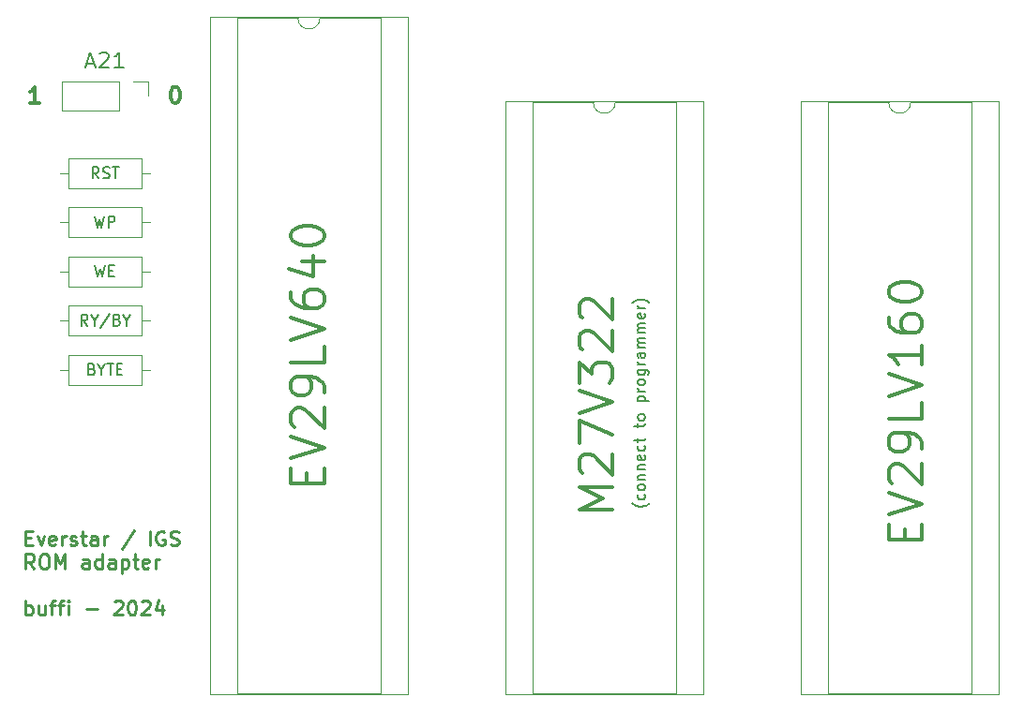
<source format=gbr>
%TF.GenerationSoftware,KiCad,Pcbnew,7.0.7*%
%TF.CreationDate,2023-12-17T19:56:50+01:00*%
%TF.ProjectId,everstar,65766572-7374-4617-922e-6b696361645f,rev?*%
%TF.SameCoordinates,Original*%
%TF.FileFunction,Legend,Top*%
%TF.FilePolarity,Positive*%
%FSLAX46Y46*%
G04 Gerber Fmt 4.6, Leading zero omitted, Abs format (unit mm)*
G04 Created by KiCad (PCBNEW 7.0.7) date 2023-12-17 19:56:50*
%MOMM*%
%LPD*%
G01*
G04 APERTURE LIST*
%ADD10C,0.250000*%
%ADD11C,0.300000*%
%ADD12C,0.150000*%
%ADD13C,0.200000*%
%ADD14C,0.120000*%
G04 APERTURE END LIST*
D10*
X51908996Y-106622952D02*
X52342330Y-106622952D01*
X52528044Y-107303904D02*
X51908996Y-107303904D01*
X51908996Y-107303904D02*
X51908996Y-106003904D01*
X51908996Y-106003904D02*
X52528044Y-106003904D01*
X52961377Y-106437238D02*
X53270901Y-107303904D01*
X53270901Y-107303904D02*
X53580424Y-106437238D01*
X54570900Y-107242000D02*
X54447091Y-107303904D01*
X54447091Y-107303904D02*
X54199472Y-107303904D01*
X54199472Y-107303904D02*
X54075662Y-107242000D01*
X54075662Y-107242000D02*
X54013758Y-107118190D01*
X54013758Y-107118190D02*
X54013758Y-106622952D01*
X54013758Y-106622952D02*
X54075662Y-106499142D01*
X54075662Y-106499142D02*
X54199472Y-106437238D01*
X54199472Y-106437238D02*
X54447091Y-106437238D01*
X54447091Y-106437238D02*
X54570900Y-106499142D01*
X54570900Y-106499142D02*
X54632805Y-106622952D01*
X54632805Y-106622952D02*
X54632805Y-106746761D01*
X54632805Y-106746761D02*
X54013758Y-106870571D01*
X55189948Y-107303904D02*
X55189948Y-106437238D01*
X55189948Y-106684857D02*
X55251853Y-106561047D01*
X55251853Y-106561047D02*
X55313758Y-106499142D01*
X55313758Y-106499142D02*
X55437567Y-106437238D01*
X55437567Y-106437238D02*
X55561377Y-106437238D01*
X55932806Y-107242000D02*
X56056615Y-107303904D01*
X56056615Y-107303904D02*
X56304234Y-107303904D01*
X56304234Y-107303904D02*
X56428044Y-107242000D01*
X56428044Y-107242000D02*
X56489948Y-107118190D01*
X56489948Y-107118190D02*
X56489948Y-107056285D01*
X56489948Y-107056285D02*
X56428044Y-106932476D01*
X56428044Y-106932476D02*
X56304234Y-106870571D01*
X56304234Y-106870571D02*
X56118520Y-106870571D01*
X56118520Y-106870571D02*
X55994710Y-106808666D01*
X55994710Y-106808666D02*
X55932806Y-106684857D01*
X55932806Y-106684857D02*
X55932806Y-106622952D01*
X55932806Y-106622952D02*
X55994710Y-106499142D01*
X55994710Y-106499142D02*
X56118520Y-106437238D01*
X56118520Y-106437238D02*
X56304234Y-106437238D01*
X56304234Y-106437238D02*
X56428044Y-106499142D01*
X56861377Y-106437238D02*
X57356615Y-106437238D01*
X57047091Y-106003904D02*
X57047091Y-107118190D01*
X57047091Y-107118190D02*
X57108996Y-107242000D01*
X57108996Y-107242000D02*
X57232806Y-107303904D01*
X57232806Y-107303904D02*
X57356615Y-107303904D01*
X58347091Y-107303904D02*
X58347091Y-106622952D01*
X58347091Y-106622952D02*
X58285186Y-106499142D01*
X58285186Y-106499142D02*
X58161377Y-106437238D01*
X58161377Y-106437238D02*
X57913758Y-106437238D01*
X57913758Y-106437238D02*
X57789948Y-106499142D01*
X58347091Y-107242000D02*
X58223282Y-107303904D01*
X58223282Y-107303904D02*
X57913758Y-107303904D01*
X57913758Y-107303904D02*
X57789948Y-107242000D01*
X57789948Y-107242000D02*
X57728044Y-107118190D01*
X57728044Y-107118190D02*
X57728044Y-106994380D01*
X57728044Y-106994380D02*
X57789948Y-106870571D01*
X57789948Y-106870571D02*
X57913758Y-106808666D01*
X57913758Y-106808666D02*
X58223282Y-106808666D01*
X58223282Y-106808666D02*
X58347091Y-106746761D01*
X58966138Y-107303904D02*
X58966138Y-106437238D01*
X58966138Y-106684857D02*
X59028043Y-106561047D01*
X59028043Y-106561047D02*
X59089948Y-106499142D01*
X59089948Y-106499142D02*
X59213757Y-106437238D01*
X59213757Y-106437238D02*
X59337567Y-106437238D01*
X61689948Y-105942000D02*
X60575662Y-107613428D01*
X63113757Y-107303904D02*
X63113757Y-106003904D01*
X64413758Y-106065809D02*
X64289948Y-106003904D01*
X64289948Y-106003904D02*
X64104234Y-106003904D01*
X64104234Y-106003904D02*
X63918520Y-106065809D01*
X63918520Y-106065809D02*
X63794710Y-106189619D01*
X63794710Y-106189619D02*
X63732805Y-106313428D01*
X63732805Y-106313428D02*
X63670901Y-106561047D01*
X63670901Y-106561047D02*
X63670901Y-106746761D01*
X63670901Y-106746761D02*
X63732805Y-106994380D01*
X63732805Y-106994380D02*
X63794710Y-107118190D01*
X63794710Y-107118190D02*
X63918520Y-107242000D01*
X63918520Y-107242000D02*
X64104234Y-107303904D01*
X64104234Y-107303904D02*
X64228043Y-107303904D01*
X64228043Y-107303904D02*
X64413758Y-107242000D01*
X64413758Y-107242000D02*
X64475662Y-107180095D01*
X64475662Y-107180095D02*
X64475662Y-106746761D01*
X64475662Y-106746761D02*
X64228043Y-106746761D01*
X64970901Y-107242000D02*
X65156615Y-107303904D01*
X65156615Y-107303904D02*
X65466139Y-107303904D01*
X65466139Y-107303904D02*
X65589948Y-107242000D01*
X65589948Y-107242000D02*
X65651853Y-107180095D01*
X65651853Y-107180095D02*
X65713758Y-107056285D01*
X65713758Y-107056285D02*
X65713758Y-106932476D01*
X65713758Y-106932476D02*
X65651853Y-106808666D01*
X65651853Y-106808666D02*
X65589948Y-106746761D01*
X65589948Y-106746761D02*
X65466139Y-106684857D01*
X65466139Y-106684857D02*
X65218520Y-106622952D01*
X65218520Y-106622952D02*
X65094710Y-106561047D01*
X65094710Y-106561047D02*
X65032805Y-106499142D01*
X65032805Y-106499142D02*
X64970901Y-106375333D01*
X64970901Y-106375333D02*
X64970901Y-106251523D01*
X64970901Y-106251523D02*
X65032805Y-106127714D01*
X65032805Y-106127714D02*
X65094710Y-106065809D01*
X65094710Y-106065809D02*
X65218520Y-106003904D01*
X65218520Y-106003904D02*
X65528043Y-106003904D01*
X65528043Y-106003904D02*
X65713758Y-106065809D01*
X52651853Y-109396904D02*
X52218520Y-108777857D01*
X51908996Y-109396904D02*
X51908996Y-108096904D01*
X51908996Y-108096904D02*
X52404234Y-108096904D01*
X52404234Y-108096904D02*
X52528044Y-108158809D01*
X52528044Y-108158809D02*
X52589949Y-108220714D01*
X52589949Y-108220714D02*
X52651853Y-108344523D01*
X52651853Y-108344523D02*
X52651853Y-108530238D01*
X52651853Y-108530238D02*
X52589949Y-108654047D01*
X52589949Y-108654047D02*
X52528044Y-108715952D01*
X52528044Y-108715952D02*
X52404234Y-108777857D01*
X52404234Y-108777857D02*
X51908996Y-108777857D01*
X53456615Y-108096904D02*
X53704234Y-108096904D01*
X53704234Y-108096904D02*
X53828044Y-108158809D01*
X53828044Y-108158809D02*
X53951853Y-108282619D01*
X53951853Y-108282619D02*
X54013758Y-108530238D01*
X54013758Y-108530238D02*
X54013758Y-108963571D01*
X54013758Y-108963571D02*
X53951853Y-109211190D01*
X53951853Y-109211190D02*
X53828044Y-109335000D01*
X53828044Y-109335000D02*
X53704234Y-109396904D01*
X53704234Y-109396904D02*
X53456615Y-109396904D01*
X53456615Y-109396904D02*
X53332806Y-109335000D01*
X53332806Y-109335000D02*
X53208996Y-109211190D01*
X53208996Y-109211190D02*
X53147092Y-108963571D01*
X53147092Y-108963571D02*
X53147092Y-108530238D01*
X53147092Y-108530238D02*
X53208996Y-108282619D01*
X53208996Y-108282619D02*
X53332806Y-108158809D01*
X53332806Y-108158809D02*
X53456615Y-108096904D01*
X54570901Y-109396904D02*
X54570901Y-108096904D01*
X54570901Y-108096904D02*
X55004235Y-109025476D01*
X55004235Y-109025476D02*
X55437568Y-108096904D01*
X55437568Y-108096904D02*
X55437568Y-109396904D01*
X57604234Y-109396904D02*
X57604234Y-108715952D01*
X57604234Y-108715952D02*
X57542329Y-108592142D01*
X57542329Y-108592142D02*
X57418520Y-108530238D01*
X57418520Y-108530238D02*
X57170901Y-108530238D01*
X57170901Y-108530238D02*
X57047091Y-108592142D01*
X57604234Y-109335000D02*
X57480425Y-109396904D01*
X57480425Y-109396904D02*
X57170901Y-109396904D01*
X57170901Y-109396904D02*
X57047091Y-109335000D01*
X57047091Y-109335000D02*
X56985187Y-109211190D01*
X56985187Y-109211190D02*
X56985187Y-109087380D01*
X56985187Y-109087380D02*
X57047091Y-108963571D01*
X57047091Y-108963571D02*
X57170901Y-108901666D01*
X57170901Y-108901666D02*
X57480425Y-108901666D01*
X57480425Y-108901666D02*
X57604234Y-108839761D01*
X58780424Y-109396904D02*
X58780424Y-108096904D01*
X58780424Y-109335000D02*
X58656615Y-109396904D01*
X58656615Y-109396904D02*
X58408996Y-109396904D01*
X58408996Y-109396904D02*
X58285186Y-109335000D01*
X58285186Y-109335000D02*
X58223281Y-109273095D01*
X58223281Y-109273095D02*
X58161377Y-109149285D01*
X58161377Y-109149285D02*
X58161377Y-108777857D01*
X58161377Y-108777857D02*
X58223281Y-108654047D01*
X58223281Y-108654047D02*
X58285186Y-108592142D01*
X58285186Y-108592142D02*
X58408996Y-108530238D01*
X58408996Y-108530238D02*
X58656615Y-108530238D01*
X58656615Y-108530238D02*
X58780424Y-108592142D01*
X59956614Y-109396904D02*
X59956614Y-108715952D01*
X59956614Y-108715952D02*
X59894709Y-108592142D01*
X59894709Y-108592142D02*
X59770900Y-108530238D01*
X59770900Y-108530238D02*
X59523281Y-108530238D01*
X59523281Y-108530238D02*
X59399471Y-108592142D01*
X59956614Y-109335000D02*
X59832805Y-109396904D01*
X59832805Y-109396904D02*
X59523281Y-109396904D01*
X59523281Y-109396904D02*
X59399471Y-109335000D01*
X59399471Y-109335000D02*
X59337567Y-109211190D01*
X59337567Y-109211190D02*
X59337567Y-109087380D01*
X59337567Y-109087380D02*
X59399471Y-108963571D01*
X59399471Y-108963571D02*
X59523281Y-108901666D01*
X59523281Y-108901666D02*
X59832805Y-108901666D01*
X59832805Y-108901666D02*
X59956614Y-108839761D01*
X60575661Y-108530238D02*
X60575661Y-109830238D01*
X60575661Y-108592142D02*
X60699471Y-108530238D01*
X60699471Y-108530238D02*
X60947090Y-108530238D01*
X60947090Y-108530238D02*
X61070899Y-108592142D01*
X61070899Y-108592142D02*
X61132804Y-108654047D01*
X61132804Y-108654047D02*
X61194709Y-108777857D01*
X61194709Y-108777857D02*
X61194709Y-109149285D01*
X61194709Y-109149285D02*
X61132804Y-109273095D01*
X61132804Y-109273095D02*
X61070899Y-109335000D01*
X61070899Y-109335000D02*
X60947090Y-109396904D01*
X60947090Y-109396904D02*
X60699471Y-109396904D01*
X60699471Y-109396904D02*
X60575661Y-109335000D01*
X61566137Y-108530238D02*
X62061375Y-108530238D01*
X61751851Y-108096904D02*
X61751851Y-109211190D01*
X61751851Y-109211190D02*
X61813756Y-109335000D01*
X61813756Y-109335000D02*
X61937566Y-109396904D01*
X61937566Y-109396904D02*
X62061375Y-109396904D01*
X62989946Y-109335000D02*
X62866137Y-109396904D01*
X62866137Y-109396904D02*
X62618518Y-109396904D01*
X62618518Y-109396904D02*
X62494708Y-109335000D01*
X62494708Y-109335000D02*
X62432804Y-109211190D01*
X62432804Y-109211190D02*
X62432804Y-108715952D01*
X62432804Y-108715952D02*
X62494708Y-108592142D01*
X62494708Y-108592142D02*
X62618518Y-108530238D01*
X62618518Y-108530238D02*
X62866137Y-108530238D01*
X62866137Y-108530238D02*
X62989946Y-108592142D01*
X62989946Y-108592142D02*
X63051851Y-108715952D01*
X63051851Y-108715952D02*
X63051851Y-108839761D01*
X63051851Y-108839761D02*
X62432804Y-108963571D01*
X63608994Y-109396904D02*
X63608994Y-108530238D01*
X63608994Y-108777857D02*
X63670899Y-108654047D01*
X63670899Y-108654047D02*
X63732804Y-108592142D01*
X63732804Y-108592142D02*
X63856613Y-108530238D01*
X63856613Y-108530238D02*
X63980423Y-108530238D01*
X51908996Y-113582904D02*
X51908996Y-112282904D01*
X51908996Y-112778142D02*
X52032806Y-112716238D01*
X52032806Y-112716238D02*
X52280425Y-112716238D01*
X52280425Y-112716238D02*
X52404234Y-112778142D01*
X52404234Y-112778142D02*
X52466139Y-112840047D01*
X52466139Y-112840047D02*
X52528044Y-112963857D01*
X52528044Y-112963857D02*
X52528044Y-113335285D01*
X52528044Y-113335285D02*
X52466139Y-113459095D01*
X52466139Y-113459095D02*
X52404234Y-113521000D01*
X52404234Y-113521000D02*
X52280425Y-113582904D01*
X52280425Y-113582904D02*
X52032806Y-113582904D01*
X52032806Y-113582904D02*
X51908996Y-113521000D01*
X53642329Y-112716238D02*
X53642329Y-113582904D01*
X53085186Y-112716238D02*
X53085186Y-113397190D01*
X53085186Y-113397190D02*
X53147091Y-113521000D01*
X53147091Y-113521000D02*
X53270901Y-113582904D01*
X53270901Y-113582904D02*
X53456615Y-113582904D01*
X53456615Y-113582904D02*
X53580424Y-113521000D01*
X53580424Y-113521000D02*
X53642329Y-113459095D01*
X54075662Y-112716238D02*
X54570900Y-112716238D01*
X54261376Y-113582904D02*
X54261376Y-112468619D01*
X54261376Y-112468619D02*
X54323281Y-112344809D01*
X54323281Y-112344809D02*
X54447091Y-112282904D01*
X54447091Y-112282904D02*
X54570900Y-112282904D01*
X54818519Y-112716238D02*
X55313757Y-112716238D01*
X55004233Y-113582904D02*
X55004233Y-112468619D01*
X55004233Y-112468619D02*
X55066138Y-112344809D01*
X55066138Y-112344809D02*
X55189948Y-112282904D01*
X55189948Y-112282904D02*
X55313757Y-112282904D01*
X55747090Y-113582904D02*
X55747090Y-112716238D01*
X55747090Y-112282904D02*
X55685186Y-112344809D01*
X55685186Y-112344809D02*
X55747090Y-112406714D01*
X55747090Y-112406714D02*
X55808995Y-112344809D01*
X55808995Y-112344809D02*
X55747090Y-112282904D01*
X55747090Y-112282904D02*
X55747090Y-112406714D01*
X57356614Y-113087666D02*
X58347091Y-113087666D01*
X59894710Y-112406714D02*
X59956614Y-112344809D01*
X59956614Y-112344809D02*
X60080424Y-112282904D01*
X60080424Y-112282904D02*
X60389948Y-112282904D01*
X60389948Y-112282904D02*
X60513757Y-112344809D01*
X60513757Y-112344809D02*
X60575662Y-112406714D01*
X60575662Y-112406714D02*
X60637567Y-112530523D01*
X60637567Y-112530523D02*
X60637567Y-112654333D01*
X60637567Y-112654333D02*
X60575662Y-112840047D01*
X60575662Y-112840047D02*
X59832805Y-113582904D01*
X59832805Y-113582904D02*
X60637567Y-113582904D01*
X61442328Y-112282904D02*
X61566138Y-112282904D01*
X61566138Y-112282904D02*
X61689947Y-112344809D01*
X61689947Y-112344809D02*
X61751852Y-112406714D01*
X61751852Y-112406714D02*
X61813757Y-112530523D01*
X61813757Y-112530523D02*
X61875662Y-112778142D01*
X61875662Y-112778142D02*
X61875662Y-113087666D01*
X61875662Y-113087666D02*
X61813757Y-113335285D01*
X61813757Y-113335285D02*
X61751852Y-113459095D01*
X61751852Y-113459095D02*
X61689947Y-113521000D01*
X61689947Y-113521000D02*
X61566138Y-113582904D01*
X61566138Y-113582904D02*
X61442328Y-113582904D01*
X61442328Y-113582904D02*
X61318519Y-113521000D01*
X61318519Y-113521000D02*
X61256614Y-113459095D01*
X61256614Y-113459095D02*
X61194709Y-113335285D01*
X61194709Y-113335285D02*
X61132805Y-113087666D01*
X61132805Y-113087666D02*
X61132805Y-112778142D01*
X61132805Y-112778142D02*
X61194709Y-112530523D01*
X61194709Y-112530523D02*
X61256614Y-112406714D01*
X61256614Y-112406714D02*
X61318519Y-112344809D01*
X61318519Y-112344809D02*
X61442328Y-112282904D01*
X62370900Y-112406714D02*
X62432804Y-112344809D01*
X62432804Y-112344809D02*
X62556614Y-112282904D01*
X62556614Y-112282904D02*
X62866138Y-112282904D01*
X62866138Y-112282904D02*
X62989947Y-112344809D01*
X62989947Y-112344809D02*
X63051852Y-112406714D01*
X63051852Y-112406714D02*
X63113757Y-112530523D01*
X63113757Y-112530523D02*
X63113757Y-112654333D01*
X63113757Y-112654333D02*
X63051852Y-112840047D01*
X63051852Y-112840047D02*
X62308995Y-113582904D01*
X62308995Y-113582904D02*
X63113757Y-113582904D01*
X64228042Y-112716238D02*
X64228042Y-113582904D01*
X63918518Y-112221000D02*
X63608995Y-113149571D01*
X63608995Y-113149571D02*
X64413756Y-113149571D01*
D11*
X53133572Y-67353328D02*
X52276429Y-67353328D01*
X52705000Y-67353328D02*
X52705000Y-65853328D01*
X52705000Y-65853328D02*
X52562143Y-66067614D01*
X52562143Y-66067614D02*
X52419286Y-66210471D01*
X52419286Y-66210471D02*
X52276429Y-66281900D01*
X65333572Y-65853328D02*
X65476429Y-65853328D01*
X65476429Y-65853328D02*
X65619286Y-65924757D01*
X65619286Y-65924757D02*
X65690715Y-65996185D01*
X65690715Y-65996185D02*
X65762143Y-66139042D01*
X65762143Y-66139042D02*
X65833572Y-66424757D01*
X65833572Y-66424757D02*
X65833572Y-66781900D01*
X65833572Y-66781900D02*
X65762143Y-67067614D01*
X65762143Y-67067614D02*
X65690715Y-67210471D01*
X65690715Y-67210471D02*
X65619286Y-67281900D01*
X65619286Y-67281900D02*
X65476429Y-67353328D01*
X65476429Y-67353328D02*
X65333572Y-67353328D01*
X65333572Y-67353328D02*
X65190715Y-67281900D01*
X65190715Y-67281900D02*
X65119286Y-67210471D01*
X65119286Y-67210471D02*
X65047857Y-67067614D01*
X65047857Y-67067614D02*
X64976429Y-66781900D01*
X64976429Y-66781900D02*
X64976429Y-66424757D01*
X64976429Y-66424757D02*
X65047857Y-66139042D01*
X65047857Y-66139042D02*
X65119286Y-65996185D01*
X65119286Y-65996185D02*
X65190715Y-65924757D01*
X65190715Y-65924757D02*
X65333572Y-65853328D01*
D12*
X108200771Y-103517506D02*
X108153152Y-103565125D01*
X108153152Y-103565125D02*
X108010295Y-103660363D01*
X108010295Y-103660363D02*
X107915057Y-103707982D01*
X107915057Y-103707982D02*
X107772200Y-103755601D01*
X107772200Y-103755601D02*
X107534104Y-103803220D01*
X107534104Y-103803220D02*
X107343628Y-103803220D01*
X107343628Y-103803220D02*
X107105533Y-103755601D01*
X107105533Y-103755601D02*
X106962676Y-103707982D01*
X106962676Y-103707982D02*
X106867438Y-103660363D01*
X106867438Y-103660363D02*
X106724580Y-103565125D01*
X106724580Y-103565125D02*
X106676961Y-103517506D01*
X107772200Y-102707982D02*
X107819819Y-102803220D01*
X107819819Y-102803220D02*
X107819819Y-102993696D01*
X107819819Y-102993696D02*
X107772200Y-103088934D01*
X107772200Y-103088934D02*
X107724580Y-103136553D01*
X107724580Y-103136553D02*
X107629342Y-103184172D01*
X107629342Y-103184172D02*
X107343628Y-103184172D01*
X107343628Y-103184172D02*
X107248390Y-103136553D01*
X107248390Y-103136553D02*
X107200771Y-103088934D01*
X107200771Y-103088934D02*
X107153152Y-102993696D01*
X107153152Y-102993696D02*
X107153152Y-102803220D01*
X107153152Y-102803220D02*
X107200771Y-102707982D01*
X107819819Y-102136553D02*
X107772200Y-102231791D01*
X107772200Y-102231791D02*
X107724580Y-102279410D01*
X107724580Y-102279410D02*
X107629342Y-102327029D01*
X107629342Y-102327029D02*
X107343628Y-102327029D01*
X107343628Y-102327029D02*
X107248390Y-102279410D01*
X107248390Y-102279410D02*
X107200771Y-102231791D01*
X107200771Y-102231791D02*
X107153152Y-102136553D01*
X107153152Y-102136553D02*
X107153152Y-101993696D01*
X107153152Y-101993696D02*
X107200771Y-101898458D01*
X107200771Y-101898458D02*
X107248390Y-101850839D01*
X107248390Y-101850839D02*
X107343628Y-101803220D01*
X107343628Y-101803220D02*
X107629342Y-101803220D01*
X107629342Y-101803220D02*
X107724580Y-101850839D01*
X107724580Y-101850839D02*
X107772200Y-101898458D01*
X107772200Y-101898458D02*
X107819819Y-101993696D01*
X107819819Y-101993696D02*
X107819819Y-102136553D01*
X107153152Y-101374648D02*
X107819819Y-101374648D01*
X107248390Y-101374648D02*
X107200771Y-101327029D01*
X107200771Y-101327029D02*
X107153152Y-101231791D01*
X107153152Y-101231791D02*
X107153152Y-101088934D01*
X107153152Y-101088934D02*
X107200771Y-100993696D01*
X107200771Y-100993696D02*
X107296009Y-100946077D01*
X107296009Y-100946077D02*
X107819819Y-100946077D01*
X107153152Y-100469886D02*
X107819819Y-100469886D01*
X107248390Y-100469886D02*
X107200771Y-100422267D01*
X107200771Y-100422267D02*
X107153152Y-100327029D01*
X107153152Y-100327029D02*
X107153152Y-100184172D01*
X107153152Y-100184172D02*
X107200771Y-100088934D01*
X107200771Y-100088934D02*
X107296009Y-100041315D01*
X107296009Y-100041315D02*
X107819819Y-100041315D01*
X107772200Y-99184172D02*
X107819819Y-99279410D01*
X107819819Y-99279410D02*
X107819819Y-99469886D01*
X107819819Y-99469886D02*
X107772200Y-99565124D01*
X107772200Y-99565124D02*
X107676961Y-99612743D01*
X107676961Y-99612743D02*
X107296009Y-99612743D01*
X107296009Y-99612743D02*
X107200771Y-99565124D01*
X107200771Y-99565124D02*
X107153152Y-99469886D01*
X107153152Y-99469886D02*
X107153152Y-99279410D01*
X107153152Y-99279410D02*
X107200771Y-99184172D01*
X107200771Y-99184172D02*
X107296009Y-99136553D01*
X107296009Y-99136553D02*
X107391247Y-99136553D01*
X107391247Y-99136553D02*
X107486485Y-99612743D01*
X107772200Y-98279410D02*
X107819819Y-98374648D01*
X107819819Y-98374648D02*
X107819819Y-98565124D01*
X107819819Y-98565124D02*
X107772200Y-98660362D01*
X107772200Y-98660362D02*
X107724580Y-98707981D01*
X107724580Y-98707981D02*
X107629342Y-98755600D01*
X107629342Y-98755600D02*
X107343628Y-98755600D01*
X107343628Y-98755600D02*
X107248390Y-98707981D01*
X107248390Y-98707981D02*
X107200771Y-98660362D01*
X107200771Y-98660362D02*
X107153152Y-98565124D01*
X107153152Y-98565124D02*
X107153152Y-98374648D01*
X107153152Y-98374648D02*
X107200771Y-98279410D01*
X107153152Y-97993695D02*
X107153152Y-97612743D01*
X106819819Y-97850838D02*
X107676961Y-97850838D01*
X107676961Y-97850838D02*
X107772200Y-97803219D01*
X107772200Y-97803219D02*
X107819819Y-97707981D01*
X107819819Y-97707981D02*
X107819819Y-97612743D01*
X107153152Y-96660361D02*
X107153152Y-96279409D01*
X106819819Y-96517504D02*
X107676961Y-96517504D01*
X107676961Y-96517504D02*
X107772200Y-96469885D01*
X107772200Y-96469885D02*
X107819819Y-96374647D01*
X107819819Y-96374647D02*
X107819819Y-96279409D01*
X107819819Y-95803218D02*
X107772200Y-95898456D01*
X107772200Y-95898456D02*
X107724580Y-95946075D01*
X107724580Y-95946075D02*
X107629342Y-95993694D01*
X107629342Y-95993694D02*
X107343628Y-95993694D01*
X107343628Y-95993694D02*
X107248390Y-95946075D01*
X107248390Y-95946075D02*
X107200771Y-95898456D01*
X107200771Y-95898456D02*
X107153152Y-95803218D01*
X107153152Y-95803218D02*
X107153152Y-95660361D01*
X107153152Y-95660361D02*
X107200771Y-95565123D01*
X107200771Y-95565123D02*
X107248390Y-95517504D01*
X107248390Y-95517504D02*
X107343628Y-95469885D01*
X107343628Y-95469885D02*
X107629342Y-95469885D01*
X107629342Y-95469885D02*
X107724580Y-95517504D01*
X107724580Y-95517504D02*
X107772200Y-95565123D01*
X107772200Y-95565123D02*
X107819819Y-95660361D01*
X107819819Y-95660361D02*
X107819819Y-95803218D01*
X107153152Y-94279408D02*
X108153152Y-94279408D01*
X107200771Y-94279408D02*
X107153152Y-94184170D01*
X107153152Y-94184170D02*
X107153152Y-93993694D01*
X107153152Y-93993694D02*
X107200771Y-93898456D01*
X107200771Y-93898456D02*
X107248390Y-93850837D01*
X107248390Y-93850837D02*
X107343628Y-93803218D01*
X107343628Y-93803218D02*
X107629342Y-93803218D01*
X107629342Y-93803218D02*
X107724580Y-93850837D01*
X107724580Y-93850837D02*
X107772200Y-93898456D01*
X107772200Y-93898456D02*
X107819819Y-93993694D01*
X107819819Y-93993694D02*
X107819819Y-94184170D01*
X107819819Y-94184170D02*
X107772200Y-94279408D01*
X107819819Y-93374646D02*
X107153152Y-93374646D01*
X107343628Y-93374646D02*
X107248390Y-93327027D01*
X107248390Y-93327027D02*
X107200771Y-93279408D01*
X107200771Y-93279408D02*
X107153152Y-93184170D01*
X107153152Y-93184170D02*
X107153152Y-93088932D01*
X107819819Y-92612741D02*
X107772200Y-92707979D01*
X107772200Y-92707979D02*
X107724580Y-92755598D01*
X107724580Y-92755598D02*
X107629342Y-92803217D01*
X107629342Y-92803217D02*
X107343628Y-92803217D01*
X107343628Y-92803217D02*
X107248390Y-92755598D01*
X107248390Y-92755598D02*
X107200771Y-92707979D01*
X107200771Y-92707979D02*
X107153152Y-92612741D01*
X107153152Y-92612741D02*
X107153152Y-92469884D01*
X107153152Y-92469884D02*
X107200771Y-92374646D01*
X107200771Y-92374646D02*
X107248390Y-92327027D01*
X107248390Y-92327027D02*
X107343628Y-92279408D01*
X107343628Y-92279408D02*
X107629342Y-92279408D01*
X107629342Y-92279408D02*
X107724580Y-92327027D01*
X107724580Y-92327027D02*
X107772200Y-92374646D01*
X107772200Y-92374646D02*
X107819819Y-92469884D01*
X107819819Y-92469884D02*
X107819819Y-92612741D01*
X107153152Y-91422265D02*
X107962676Y-91422265D01*
X107962676Y-91422265D02*
X108057914Y-91469884D01*
X108057914Y-91469884D02*
X108105533Y-91517503D01*
X108105533Y-91517503D02*
X108153152Y-91612741D01*
X108153152Y-91612741D02*
X108153152Y-91755598D01*
X108153152Y-91755598D02*
X108105533Y-91850836D01*
X107772200Y-91422265D02*
X107819819Y-91517503D01*
X107819819Y-91517503D02*
X107819819Y-91707979D01*
X107819819Y-91707979D02*
X107772200Y-91803217D01*
X107772200Y-91803217D02*
X107724580Y-91850836D01*
X107724580Y-91850836D02*
X107629342Y-91898455D01*
X107629342Y-91898455D02*
X107343628Y-91898455D01*
X107343628Y-91898455D02*
X107248390Y-91850836D01*
X107248390Y-91850836D02*
X107200771Y-91803217D01*
X107200771Y-91803217D02*
X107153152Y-91707979D01*
X107153152Y-91707979D02*
X107153152Y-91517503D01*
X107153152Y-91517503D02*
X107200771Y-91422265D01*
X107819819Y-90946074D02*
X107153152Y-90946074D01*
X107343628Y-90946074D02*
X107248390Y-90898455D01*
X107248390Y-90898455D02*
X107200771Y-90850836D01*
X107200771Y-90850836D02*
X107153152Y-90755598D01*
X107153152Y-90755598D02*
X107153152Y-90660360D01*
X107819819Y-89898455D02*
X107296009Y-89898455D01*
X107296009Y-89898455D02*
X107200771Y-89946074D01*
X107200771Y-89946074D02*
X107153152Y-90041312D01*
X107153152Y-90041312D02*
X107153152Y-90231788D01*
X107153152Y-90231788D02*
X107200771Y-90327026D01*
X107772200Y-89898455D02*
X107819819Y-89993693D01*
X107819819Y-89993693D02*
X107819819Y-90231788D01*
X107819819Y-90231788D02*
X107772200Y-90327026D01*
X107772200Y-90327026D02*
X107676961Y-90374645D01*
X107676961Y-90374645D02*
X107581723Y-90374645D01*
X107581723Y-90374645D02*
X107486485Y-90327026D01*
X107486485Y-90327026D02*
X107438866Y-90231788D01*
X107438866Y-90231788D02*
X107438866Y-89993693D01*
X107438866Y-89993693D02*
X107391247Y-89898455D01*
X107819819Y-89422264D02*
X107153152Y-89422264D01*
X107248390Y-89422264D02*
X107200771Y-89374645D01*
X107200771Y-89374645D02*
X107153152Y-89279407D01*
X107153152Y-89279407D02*
X107153152Y-89136550D01*
X107153152Y-89136550D02*
X107200771Y-89041312D01*
X107200771Y-89041312D02*
X107296009Y-88993693D01*
X107296009Y-88993693D02*
X107819819Y-88993693D01*
X107296009Y-88993693D02*
X107200771Y-88946074D01*
X107200771Y-88946074D02*
X107153152Y-88850836D01*
X107153152Y-88850836D02*
X107153152Y-88707979D01*
X107153152Y-88707979D02*
X107200771Y-88612740D01*
X107200771Y-88612740D02*
X107296009Y-88565121D01*
X107296009Y-88565121D02*
X107819819Y-88565121D01*
X107819819Y-88088931D02*
X107153152Y-88088931D01*
X107248390Y-88088931D02*
X107200771Y-88041312D01*
X107200771Y-88041312D02*
X107153152Y-87946074D01*
X107153152Y-87946074D02*
X107153152Y-87803217D01*
X107153152Y-87803217D02*
X107200771Y-87707979D01*
X107200771Y-87707979D02*
X107296009Y-87660360D01*
X107296009Y-87660360D02*
X107819819Y-87660360D01*
X107296009Y-87660360D02*
X107200771Y-87612741D01*
X107200771Y-87612741D02*
X107153152Y-87517503D01*
X107153152Y-87517503D02*
X107153152Y-87374646D01*
X107153152Y-87374646D02*
X107200771Y-87279407D01*
X107200771Y-87279407D02*
X107296009Y-87231788D01*
X107296009Y-87231788D02*
X107819819Y-87231788D01*
X107772200Y-86374646D02*
X107819819Y-86469884D01*
X107819819Y-86469884D02*
X107819819Y-86660360D01*
X107819819Y-86660360D02*
X107772200Y-86755598D01*
X107772200Y-86755598D02*
X107676961Y-86803217D01*
X107676961Y-86803217D02*
X107296009Y-86803217D01*
X107296009Y-86803217D02*
X107200771Y-86755598D01*
X107200771Y-86755598D02*
X107153152Y-86660360D01*
X107153152Y-86660360D02*
X107153152Y-86469884D01*
X107153152Y-86469884D02*
X107200771Y-86374646D01*
X107200771Y-86374646D02*
X107296009Y-86327027D01*
X107296009Y-86327027D02*
X107391247Y-86327027D01*
X107391247Y-86327027D02*
X107486485Y-86803217D01*
X107819819Y-85898455D02*
X107153152Y-85898455D01*
X107343628Y-85898455D02*
X107248390Y-85850836D01*
X107248390Y-85850836D02*
X107200771Y-85803217D01*
X107200771Y-85803217D02*
X107153152Y-85707979D01*
X107153152Y-85707979D02*
X107153152Y-85612741D01*
X108200771Y-85374645D02*
X108153152Y-85327026D01*
X108153152Y-85327026D02*
X108010295Y-85231788D01*
X108010295Y-85231788D02*
X107915057Y-85184169D01*
X107915057Y-85184169D02*
X107772200Y-85136550D01*
X107772200Y-85136550D02*
X107534104Y-85088931D01*
X107534104Y-85088931D02*
X107343628Y-85088931D01*
X107343628Y-85088931D02*
X107105533Y-85136550D01*
X107105533Y-85136550D02*
X106962676Y-85184169D01*
X106962676Y-85184169D02*
X106867438Y-85231788D01*
X106867438Y-85231788D02*
X106724580Y-85327026D01*
X106724580Y-85327026D02*
X106676961Y-85374645D01*
X58126429Y-77559819D02*
X58364524Y-78559819D01*
X58364524Y-78559819D02*
X58555000Y-77845533D01*
X58555000Y-77845533D02*
X58745476Y-78559819D01*
X58745476Y-78559819D02*
X58983572Y-77559819D01*
X59364524Y-78559819D02*
X59364524Y-77559819D01*
X59364524Y-77559819D02*
X59745476Y-77559819D01*
X59745476Y-77559819D02*
X59840714Y-77607438D01*
X59840714Y-77607438D02*
X59888333Y-77655057D01*
X59888333Y-77655057D02*
X59935952Y-77750295D01*
X59935952Y-77750295D02*
X59935952Y-77893152D01*
X59935952Y-77893152D02*
X59888333Y-77988390D01*
X59888333Y-77988390D02*
X59840714Y-78036009D01*
X59840714Y-78036009D02*
X59745476Y-78083628D01*
X59745476Y-78083628D02*
X59364524Y-78083628D01*
X58507380Y-74114819D02*
X58174047Y-73638628D01*
X57935952Y-74114819D02*
X57935952Y-73114819D01*
X57935952Y-73114819D02*
X58316904Y-73114819D01*
X58316904Y-73114819D02*
X58412142Y-73162438D01*
X58412142Y-73162438D02*
X58459761Y-73210057D01*
X58459761Y-73210057D02*
X58507380Y-73305295D01*
X58507380Y-73305295D02*
X58507380Y-73448152D01*
X58507380Y-73448152D02*
X58459761Y-73543390D01*
X58459761Y-73543390D02*
X58412142Y-73591009D01*
X58412142Y-73591009D02*
X58316904Y-73638628D01*
X58316904Y-73638628D02*
X57935952Y-73638628D01*
X58888333Y-74067200D02*
X59031190Y-74114819D01*
X59031190Y-74114819D02*
X59269285Y-74114819D01*
X59269285Y-74114819D02*
X59364523Y-74067200D01*
X59364523Y-74067200D02*
X59412142Y-74019580D01*
X59412142Y-74019580D02*
X59459761Y-73924342D01*
X59459761Y-73924342D02*
X59459761Y-73829104D01*
X59459761Y-73829104D02*
X59412142Y-73733866D01*
X59412142Y-73733866D02*
X59364523Y-73686247D01*
X59364523Y-73686247D02*
X59269285Y-73638628D01*
X59269285Y-73638628D02*
X59078809Y-73591009D01*
X59078809Y-73591009D02*
X58983571Y-73543390D01*
X58983571Y-73543390D02*
X58935952Y-73495771D01*
X58935952Y-73495771D02*
X58888333Y-73400533D01*
X58888333Y-73400533D02*
X58888333Y-73305295D01*
X58888333Y-73305295D02*
X58935952Y-73210057D01*
X58935952Y-73210057D02*
X58983571Y-73162438D01*
X58983571Y-73162438D02*
X59078809Y-73114819D01*
X59078809Y-73114819D02*
X59316904Y-73114819D01*
X59316904Y-73114819D02*
X59459761Y-73162438D01*
X59745476Y-73114819D02*
X60316904Y-73114819D01*
X60031190Y-74114819D02*
X60031190Y-73114819D01*
X58174048Y-82004819D02*
X58412143Y-83004819D01*
X58412143Y-83004819D02*
X58602619Y-82290533D01*
X58602619Y-82290533D02*
X58793095Y-83004819D01*
X58793095Y-83004819D02*
X59031191Y-82004819D01*
X59412143Y-82481009D02*
X59745476Y-82481009D01*
X59888333Y-83004819D02*
X59412143Y-83004819D01*
X59412143Y-83004819D02*
X59412143Y-82004819D01*
X59412143Y-82004819D02*
X59888333Y-82004819D01*
D11*
X104877257Y-104043571D02*
X101877257Y-104043571D01*
X101877257Y-104043571D02*
X104020114Y-103043571D01*
X104020114Y-103043571D02*
X101877257Y-102043571D01*
X101877257Y-102043571D02*
X104877257Y-102043571D01*
X102162971Y-100757857D02*
X102020114Y-100615000D01*
X102020114Y-100615000D02*
X101877257Y-100329286D01*
X101877257Y-100329286D02*
X101877257Y-99615000D01*
X101877257Y-99615000D02*
X102020114Y-99329286D01*
X102020114Y-99329286D02*
X102162971Y-99186428D01*
X102162971Y-99186428D02*
X102448685Y-99043571D01*
X102448685Y-99043571D02*
X102734400Y-99043571D01*
X102734400Y-99043571D02*
X103162971Y-99186428D01*
X103162971Y-99186428D02*
X104877257Y-100900714D01*
X104877257Y-100900714D02*
X104877257Y-99043571D01*
X101877257Y-98043571D02*
X101877257Y-96043571D01*
X101877257Y-96043571D02*
X104877257Y-97329285D01*
X101877257Y-95329285D02*
X104877257Y-94329285D01*
X104877257Y-94329285D02*
X101877257Y-93329285D01*
X101877257Y-92614999D02*
X101877257Y-90757856D01*
X101877257Y-90757856D02*
X103020114Y-91757856D01*
X103020114Y-91757856D02*
X103020114Y-91329285D01*
X103020114Y-91329285D02*
X103162971Y-91043571D01*
X103162971Y-91043571D02*
X103305828Y-90900713D01*
X103305828Y-90900713D02*
X103591542Y-90757856D01*
X103591542Y-90757856D02*
X104305828Y-90757856D01*
X104305828Y-90757856D02*
X104591542Y-90900713D01*
X104591542Y-90900713D02*
X104734400Y-91043571D01*
X104734400Y-91043571D02*
X104877257Y-91329285D01*
X104877257Y-91329285D02*
X104877257Y-92186428D01*
X104877257Y-92186428D02*
X104734400Y-92472142D01*
X104734400Y-92472142D02*
X104591542Y-92614999D01*
X102162971Y-89614999D02*
X102020114Y-89472142D01*
X102020114Y-89472142D02*
X101877257Y-89186428D01*
X101877257Y-89186428D02*
X101877257Y-88472142D01*
X101877257Y-88472142D02*
X102020114Y-88186428D01*
X102020114Y-88186428D02*
X102162971Y-88043570D01*
X102162971Y-88043570D02*
X102448685Y-87900713D01*
X102448685Y-87900713D02*
X102734400Y-87900713D01*
X102734400Y-87900713D02*
X103162971Y-88043570D01*
X103162971Y-88043570D02*
X104877257Y-89757856D01*
X104877257Y-89757856D02*
X104877257Y-87900713D01*
X102162971Y-86757856D02*
X102020114Y-86614999D01*
X102020114Y-86614999D02*
X101877257Y-86329285D01*
X101877257Y-86329285D02*
X101877257Y-85614999D01*
X101877257Y-85614999D02*
X102020114Y-85329285D01*
X102020114Y-85329285D02*
X102162971Y-85186427D01*
X102162971Y-85186427D02*
X102448685Y-85043570D01*
X102448685Y-85043570D02*
X102734400Y-85043570D01*
X102734400Y-85043570D02*
X103162971Y-85186427D01*
X103162971Y-85186427D02*
X104877257Y-86900713D01*
X104877257Y-86900713D02*
X104877257Y-85043570D01*
D12*
X57864523Y-91371009D02*
X58007380Y-91418628D01*
X58007380Y-91418628D02*
X58054999Y-91466247D01*
X58054999Y-91466247D02*
X58102618Y-91561485D01*
X58102618Y-91561485D02*
X58102618Y-91704342D01*
X58102618Y-91704342D02*
X58054999Y-91799580D01*
X58054999Y-91799580D02*
X58007380Y-91847200D01*
X58007380Y-91847200D02*
X57912142Y-91894819D01*
X57912142Y-91894819D02*
X57531190Y-91894819D01*
X57531190Y-91894819D02*
X57531190Y-90894819D01*
X57531190Y-90894819D02*
X57864523Y-90894819D01*
X57864523Y-90894819D02*
X57959761Y-90942438D01*
X57959761Y-90942438D02*
X58007380Y-90990057D01*
X58007380Y-90990057D02*
X58054999Y-91085295D01*
X58054999Y-91085295D02*
X58054999Y-91180533D01*
X58054999Y-91180533D02*
X58007380Y-91275771D01*
X58007380Y-91275771D02*
X57959761Y-91323390D01*
X57959761Y-91323390D02*
X57864523Y-91371009D01*
X57864523Y-91371009D02*
X57531190Y-91371009D01*
X58721666Y-91418628D02*
X58721666Y-91894819D01*
X58388333Y-90894819D02*
X58721666Y-91418628D01*
X58721666Y-91418628D02*
X59054999Y-90894819D01*
X59245476Y-90894819D02*
X59816904Y-90894819D01*
X59531190Y-91894819D02*
X59531190Y-90894819D01*
X60150238Y-91371009D02*
X60483571Y-91371009D01*
X60626428Y-91894819D02*
X60150238Y-91894819D01*
X60150238Y-91894819D02*
X60150238Y-90894819D01*
X60150238Y-90894819D02*
X60626428Y-90894819D01*
X57483571Y-87449819D02*
X57150238Y-86973628D01*
X56912143Y-87449819D02*
X56912143Y-86449819D01*
X56912143Y-86449819D02*
X57293095Y-86449819D01*
X57293095Y-86449819D02*
X57388333Y-86497438D01*
X57388333Y-86497438D02*
X57435952Y-86545057D01*
X57435952Y-86545057D02*
X57483571Y-86640295D01*
X57483571Y-86640295D02*
X57483571Y-86783152D01*
X57483571Y-86783152D02*
X57435952Y-86878390D01*
X57435952Y-86878390D02*
X57388333Y-86926009D01*
X57388333Y-86926009D02*
X57293095Y-86973628D01*
X57293095Y-86973628D02*
X56912143Y-86973628D01*
X58102619Y-86973628D02*
X58102619Y-87449819D01*
X57769286Y-86449819D02*
X58102619Y-86973628D01*
X58102619Y-86973628D02*
X58435952Y-86449819D01*
X59483571Y-86402200D02*
X58626429Y-87687914D01*
X60150238Y-86926009D02*
X60293095Y-86973628D01*
X60293095Y-86973628D02*
X60340714Y-87021247D01*
X60340714Y-87021247D02*
X60388333Y-87116485D01*
X60388333Y-87116485D02*
X60388333Y-87259342D01*
X60388333Y-87259342D02*
X60340714Y-87354580D01*
X60340714Y-87354580D02*
X60293095Y-87402200D01*
X60293095Y-87402200D02*
X60197857Y-87449819D01*
X60197857Y-87449819D02*
X59816905Y-87449819D01*
X59816905Y-87449819D02*
X59816905Y-86449819D01*
X59816905Y-86449819D02*
X60150238Y-86449819D01*
X60150238Y-86449819D02*
X60245476Y-86497438D01*
X60245476Y-86497438D02*
X60293095Y-86545057D01*
X60293095Y-86545057D02*
X60340714Y-86640295D01*
X60340714Y-86640295D02*
X60340714Y-86735533D01*
X60340714Y-86735533D02*
X60293095Y-86830771D01*
X60293095Y-86830771D02*
X60245476Y-86878390D01*
X60245476Y-86878390D02*
X60150238Y-86926009D01*
X60150238Y-86926009D02*
X59816905Y-86926009D01*
X61007381Y-86973628D02*
X61007381Y-87449819D01*
X60674048Y-86449819D02*
X61007381Y-86973628D01*
X61007381Y-86973628D02*
X61340714Y-86449819D01*
D11*
X77270828Y-101741429D02*
X77270828Y-100741429D01*
X78842257Y-100312857D02*
X78842257Y-101741429D01*
X78842257Y-101741429D02*
X75842257Y-101741429D01*
X75842257Y-101741429D02*
X75842257Y-100312857D01*
X75842257Y-99455714D02*
X78842257Y-98455714D01*
X78842257Y-98455714D02*
X75842257Y-97455714D01*
X76127971Y-96598571D02*
X75985114Y-96455714D01*
X75985114Y-96455714D02*
X75842257Y-96170000D01*
X75842257Y-96170000D02*
X75842257Y-95455714D01*
X75842257Y-95455714D02*
X75985114Y-95170000D01*
X75985114Y-95170000D02*
X76127971Y-95027142D01*
X76127971Y-95027142D02*
X76413685Y-94884285D01*
X76413685Y-94884285D02*
X76699400Y-94884285D01*
X76699400Y-94884285D02*
X77127971Y-95027142D01*
X77127971Y-95027142D02*
X78842257Y-96741428D01*
X78842257Y-96741428D02*
X78842257Y-94884285D01*
X78842257Y-93455714D02*
X78842257Y-92884285D01*
X78842257Y-92884285D02*
X78699400Y-92598571D01*
X78699400Y-92598571D02*
X78556542Y-92455714D01*
X78556542Y-92455714D02*
X78127971Y-92169999D01*
X78127971Y-92169999D02*
X77556542Y-92027142D01*
X77556542Y-92027142D02*
X76413685Y-92027142D01*
X76413685Y-92027142D02*
X76127971Y-92169999D01*
X76127971Y-92169999D02*
X75985114Y-92312857D01*
X75985114Y-92312857D02*
X75842257Y-92598571D01*
X75842257Y-92598571D02*
X75842257Y-93169999D01*
X75842257Y-93169999D02*
X75985114Y-93455714D01*
X75985114Y-93455714D02*
X76127971Y-93598571D01*
X76127971Y-93598571D02*
X76413685Y-93741428D01*
X76413685Y-93741428D02*
X77127971Y-93741428D01*
X77127971Y-93741428D02*
X77413685Y-93598571D01*
X77413685Y-93598571D02*
X77556542Y-93455714D01*
X77556542Y-93455714D02*
X77699400Y-93169999D01*
X77699400Y-93169999D02*
X77699400Y-92598571D01*
X77699400Y-92598571D02*
X77556542Y-92312857D01*
X77556542Y-92312857D02*
X77413685Y-92169999D01*
X77413685Y-92169999D02*
X77127971Y-92027142D01*
X78842257Y-89312856D02*
X78842257Y-90741428D01*
X78842257Y-90741428D02*
X75842257Y-90741428D01*
X75842257Y-88741428D02*
X78842257Y-87741428D01*
X78842257Y-87741428D02*
X75842257Y-86741428D01*
X75842257Y-84455714D02*
X75842257Y-85027142D01*
X75842257Y-85027142D02*
X75985114Y-85312856D01*
X75985114Y-85312856D02*
X76127971Y-85455714D01*
X76127971Y-85455714D02*
X76556542Y-85741428D01*
X76556542Y-85741428D02*
X77127971Y-85884285D01*
X77127971Y-85884285D02*
X78270828Y-85884285D01*
X78270828Y-85884285D02*
X78556542Y-85741428D01*
X78556542Y-85741428D02*
X78699400Y-85598571D01*
X78699400Y-85598571D02*
X78842257Y-85312856D01*
X78842257Y-85312856D02*
X78842257Y-84741428D01*
X78842257Y-84741428D02*
X78699400Y-84455714D01*
X78699400Y-84455714D02*
X78556542Y-84312856D01*
X78556542Y-84312856D02*
X78270828Y-84169999D01*
X78270828Y-84169999D02*
X77556542Y-84169999D01*
X77556542Y-84169999D02*
X77270828Y-84312856D01*
X77270828Y-84312856D02*
X77127971Y-84455714D01*
X77127971Y-84455714D02*
X76985114Y-84741428D01*
X76985114Y-84741428D02*
X76985114Y-85312856D01*
X76985114Y-85312856D02*
X77127971Y-85598571D01*
X77127971Y-85598571D02*
X77270828Y-85741428D01*
X77270828Y-85741428D02*
X77556542Y-85884285D01*
X76842257Y-81598571D02*
X78842257Y-81598571D01*
X75699400Y-82312856D02*
X77842257Y-83027142D01*
X77842257Y-83027142D02*
X77842257Y-81169999D01*
X75842257Y-79455713D02*
X75842257Y-79169999D01*
X75842257Y-79169999D02*
X75985114Y-78884285D01*
X75985114Y-78884285D02*
X76127971Y-78741428D01*
X76127971Y-78741428D02*
X76413685Y-78598570D01*
X76413685Y-78598570D02*
X76985114Y-78455713D01*
X76985114Y-78455713D02*
X77699400Y-78455713D01*
X77699400Y-78455713D02*
X78270828Y-78598570D01*
X78270828Y-78598570D02*
X78556542Y-78741428D01*
X78556542Y-78741428D02*
X78699400Y-78884285D01*
X78699400Y-78884285D02*
X78842257Y-79169999D01*
X78842257Y-79169999D02*
X78842257Y-79455713D01*
X78842257Y-79455713D02*
X78699400Y-79741428D01*
X78699400Y-79741428D02*
X78556542Y-79884285D01*
X78556542Y-79884285D02*
X78270828Y-80027142D01*
X78270828Y-80027142D02*
X77699400Y-80169999D01*
X77699400Y-80169999D02*
X76985114Y-80169999D01*
X76985114Y-80169999D02*
X76413685Y-80027142D01*
X76413685Y-80027142D02*
X76127971Y-79884285D01*
X76127971Y-79884285D02*
X75985114Y-79741428D01*
X75985114Y-79741428D02*
X75842257Y-79455713D01*
D13*
X57388333Y-63737266D02*
X58055000Y-63737266D01*
X57255000Y-64137266D02*
X57721667Y-62737266D01*
X57721667Y-62737266D02*
X58188333Y-64137266D01*
X58588333Y-62870600D02*
X58655000Y-62803933D01*
X58655000Y-62803933D02*
X58788333Y-62737266D01*
X58788333Y-62737266D02*
X59121667Y-62737266D01*
X59121667Y-62737266D02*
X59255000Y-62803933D01*
X59255000Y-62803933D02*
X59321667Y-62870600D01*
X59321667Y-62870600D02*
X59388333Y-63003933D01*
X59388333Y-63003933D02*
X59388333Y-63137266D01*
X59388333Y-63137266D02*
X59321667Y-63337266D01*
X59321667Y-63337266D02*
X58521667Y-64137266D01*
X58521667Y-64137266D02*
X59388333Y-64137266D01*
X60721666Y-64137266D02*
X59921666Y-64137266D01*
X60321666Y-64137266D02*
X60321666Y-62737266D01*
X60321666Y-62737266D02*
X60188333Y-62937266D01*
X60188333Y-62937266D02*
X60055000Y-63070600D01*
X60055000Y-63070600D02*
X59921666Y-63137266D01*
D11*
X131245828Y-106821429D02*
X131245828Y-105821429D01*
X132817257Y-105392857D02*
X132817257Y-106821429D01*
X132817257Y-106821429D02*
X129817257Y-106821429D01*
X129817257Y-106821429D02*
X129817257Y-105392857D01*
X129817257Y-104535714D02*
X132817257Y-103535714D01*
X132817257Y-103535714D02*
X129817257Y-102535714D01*
X130102971Y-101678571D02*
X129960114Y-101535714D01*
X129960114Y-101535714D02*
X129817257Y-101250000D01*
X129817257Y-101250000D02*
X129817257Y-100535714D01*
X129817257Y-100535714D02*
X129960114Y-100250000D01*
X129960114Y-100250000D02*
X130102971Y-100107142D01*
X130102971Y-100107142D02*
X130388685Y-99964285D01*
X130388685Y-99964285D02*
X130674400Y-99964285D01*
X130674400Y-99964285D02*
X131102971Y-100107142D01*
X131102971Y-100107142D02*
X132817257Y-101821428D01*
X132817257Y-101821428D02*
X132817257Y-99964285D01*
X132817257Y-98535714D02*
X132817257Y-97964285D01*
X132817257Y-97964285D02*
X132674400Y-97678571D01*
X132674400Y-97678571D02*
X132531542Y-97535714D01*
X132531542Y-97535714D02*
X132102971Y-97249999D01*
X132102971Y-97249999D02*
X131531542Y-97107142D01*
X131531542Y-97107142D02*
X130388685Y-97107142D01*
X130388685Y-97107142D02*
X130102971Y-97249999D01*
X130102971Y-97249999D02*
X129960114Y-97392857D01*
X129960114Y-97392857D02*
X129817257Y-97678571D01*
X129817257Y-97678571D02*
X129817257Y-98249999D01*
X129817257Y-98249999D02*
X129960114Y-98535714D01*
X129960114Y-98535714D02*
X130102971Y-98678571D01*
X130102971Y-98678571D02*
X130388685Y-98821428D01*
X130388685Y-98821428D02*
X131102971Y-98821428D01*
X131102971Y-98821428D02*
X131388685Y-98678571D01*
X131388685Y-98678571D02*
X131531542Y-98535714D01*
X131531542Y-98535714D02*
X131674400Y-98249999D01*
X131674400Y-98249999D02*
X131674400Y-97678571D01*
X131674400Y-97678571D02*
X131531542Y-97392857D01*
X131531542Y-97392857D02*
X131388685Y-97249999D01*
X131388685Y-97249999D02*
X131102971Y-97107142D01*
X132817257Y-94392856D02*
X132817257Y-95821428D01*
X132817257Y-95821428D02*
X129817257Y-95821428D01*
X129817257Y-93821428D02*
X132817257Y-92821428D01*
X132817257Y-92821428D02*
X129817257Y-91821428D01*
X132817257Y-89249999D02*
X132817257Y-90964285D01*
X132817257Y-90107142D02*
X129817257Y-90107142D01*
X129817257Y-90107142D02*
X130245828Y-90392856D01*
X130245828Y-90392856D02*
X130531542Y-90678571D01*
X130531542Y-90678571D02*
X130674400Y-90964285D01*
X129817257Y-86678571D02*
X129817257Y-87249999D01*
X129817257Y-87249999D02*
X129960114Y-87535713D01*
X129960114Y-87535713D02*
X130102971Y-87678571D01*
X130102971Y-87678571D02*
X130531542Y-87964285D01*
X130531542Y-87964285D02*
X131102971Y-88107142D01*
X131102971Y-88107142D02*
X132245828Y-88107142D01*
X132245828Y-88107142D02*
X132531542Y-87964285D01*
X132531542Y-87964285D02*
X132674400Y-87821428D01*
X132674400Y-87821428D02*
X132817257Y-87535713D01*
X132817257Y-87535713D02*
X132817257Y-86964285D01*
X132817257Y-86964285D02*
X132674400Y-86678571D01*
X132674400Y-86678571D02*
X132531542Y-86535713D01*
X132531542Y-86535713D02*
X132245828Y-86392856D01*
X132245828Y-86392856D02*
X131531542Y-86392856D01*
X131531542Y-86392856D02*
X131245828Y-86535713D01*
X131245828Y-86535713D02*
X131102971Y-86678571D01*
X131102971Y-86678571D02*
X130960114Y-86964285D01*
X130960114Y-86964285D02*
X130960114Y-87535713D01*
X130960114Y-87535713D02*
X131102971Y-87821428D01*
X131102971Y-87821428D02*
X131245828Y-87964285D01*
X131245828Y-87964285D02*
X131531542Y-88107142D01*
X129817257Y-84535713D02*
X129817257Y-84249999D01*
X129817257Y-84249999D02*
X129960114Y-83964285D01*
X129960114Y-83964285D02*
X130102971Y-83821428D01*
X130102971Y-83821428D02*
X130388685Y-83678570D01*
X130388685Y-83678570D02*
X130960114Y-83535713D01*
X130960114Y-83535713D02*
X131674400Y-83535713D01*
X131674400Y-83535713D02*
X132245828Y-83678570D01*
X132245828Y-83678570D02*
X132531542Y-83821428D01*
X132531542Y-83821428D02*
X132674400Y-83964285D01*
X132674400Y-83964285D02*
X132817257Y-84249999D01*
X132817257Y-84249999D02*
X132817257Y-84535713D01*
X132817257Y-84535713D02*
X132674400Y-84821428D01*
X132674400Y-84821428D02*
X132531542Y-84964285D01*
X132531542Y-84964285D02*
X132245828Y-85107142D01*
X132245828Y-85107142D02*
X131674400Y-85249999D01*
X131674400Y-85249999D02*
X130960114Y-85249999D01*
X130960114Y-85249999D02*
X130388685Y-85107142D01*
X130388685Y-85107142D02*
X130102971Y-84964285D01*
X130102971Y-84964285D02*
X129960114Y-84821428D01*
X129960114Y-84821428D02*
X129817257Y-84535713D01*
D14*
%TO.C,R2*%
X63095000Y-78105000D02*
X62325000Y-78105000D01*
X62325000Y-79475000D02*
X62325000Y-76735000D01*
X62325000Y-76735000D02*
X55785000Y-76735000D01*
X55785000Y-79475000D02*
X62325000Y-79475000D01*
X55785000Y-76735000D02*
X55785000Y-79475000D01*
X55015000Y-78105000D02*
X55785000Y-78105000D01*
%TO.C,R1*%
X63095000Y-73660000D02*
X62325000Y-73660000D01*
X62325000Y-75030000D02*
X62325000Y-72290000D01*
X62325000Y-72290000D02*
X55785000Y-72290000D01*
X55785000Y-75030000D02*
X62325000Y-75030000D01*
X55785000Y-72290000D02*
X55785000Y-75030000D01*
X55015000Y-73660000D02*
X55785000Y-73660000D01*
%TO.C,R3*%
X63095000Y-82550000D02*
X62325000Y-82550000D01*
X62325000Y-83920000D02*
X62325000Y-81180000D01*
X62325000Y-81180000D02*
X55785000Y-81180000D01*
X55785000Y-83920000D02*
X62325000Y-83920000D01*
X55785000Y-81180000D02*
X55785000Y-83920000D01*
X55015000Y-82550000D02*
X55785000Y-82550000D01*
%TO.C,J3*%
X95190000Y-67190000D02*
X95190000Y-120770000D01*
X95190000Y-120770000D02*
X113090000Y-120770000D01*
X97680000Y-67250000D02*
X97680000Y-120710000D01*
X97680000Y-120710000D02*
X110600000Y-120710000D01*
X103140000Y-67250000D02*
X97680000Y-67250000D01*
X110600000Y-67250000D02*
X105140000Y-67250000D01*
X110600000Y-120710000D02*
X110600000Y-67250000D01*
X113090000Y-67190000D02*
X95190000Y-67190000D01*
X113090000Y-120770000D02*
X113090000Y-67190000D01*
X103140000Y-67250000D02*
G75*
G03*
X105140000Y-67250000I1000000J0D01*
G01*
%TO.C,R5*%
X63095000Y-91440000D02*
X62325000Y-91440000D01*
X62325000Y-92810000D02*
X62325000Y-90070000D01*
X62325000Y-90070000D02*
X55785000Y-90070000D01*
X55785000Y-92810000D02*
X62325000Y-92810000D01*
X55785000Y-90070000D02*
X55785000Y-92810000D01*
X55015000Y-91440000D02*
X55785000Y-91440000D01*
%TO.C,R4*%
X63095000Y-86995000D02*
X62325000Y-86995000D01*
X62325000Y-88365000D02*
X62325000Y-85625000D01*
X62325000Y-85625000D02*
X55785000Y-85625000D01*
X55785000Y-88365000D02*
X62325000Y-88365000D01*
X55785000Y-85625000D02*
X55785000Y-88365000D01*
X55015000Y-86995000D02*
X55785000Y-86995000D01*
%TO.C,J1*%
X68520000Y-59570000D02*
X68520000Y-120770000D01*
X68520000Y-120770000D02*
X86420000Y-120770000D01*
X71010000Y-59630000D02*
X71010000Y-120710000D01*
X71010000Y-120710000D02*
X83930000Y-120710000D01*
X76470000Y-59630000D02*
X71010000Y-59630000D01*
X83930000Y-59630000D02*
X78470000Y-59630000D01*
X83930000Y-120710000D02*
X83930000Y-59630000D01*
X86420000Y-59570000D02*
X68520000Y-59570000D01*
X86420000Y-120770000D02*
X86420000Y-59570000D01*
X76470000Y-59630000D02*
G75*
G03*
X78470000Y-59630000I1000000J0D01*
G01*
%TO.C,J4*%
X62925000Y-65345000D02*
X62925000Y-66675000D01*
X61595000Y-65345000D02*
X62925000Y-65345000D01*
X60325000Y-65345000D02*
X55185000Y-65345000D01*
X60325000Y-65345000D02*
X60325000Y-68005000D01*
X55185000Y-65345000D02*
X55185000Y-68005000D01*
X60325000Y-68005000D02*
X55185000Y-68005000D01*
%TO.C,J2*%
X121860000Y-67190000D02*
X121860000Y-120770000D01*
X121860000Y-120770000D02*
X139760000Y-120770000D01*
X124350000Y-67250000D02*
X124350000Y-120710000D01*
X124350000Y-120710000D02*
X137270000Y-120710000D01*
X129810000Y-67250000D02*
X124350000Y-67250000D01*
X137270000Y-67250000D02*
X131810000Y-67250000D01*
X137270000Y-120710000D02*
X137270000Y-67250000D01*
X139760000Y-67190000D02*
X121860000Y-67190000D01*
X139760000Y-120770000D02*
X139760000Y-67190000D01*
X129810000Y-67250000D02*
G75*
G03*
X131810000Y-67250000I1000000J0D01*
G01*
%TD*%
M02*

</source>
